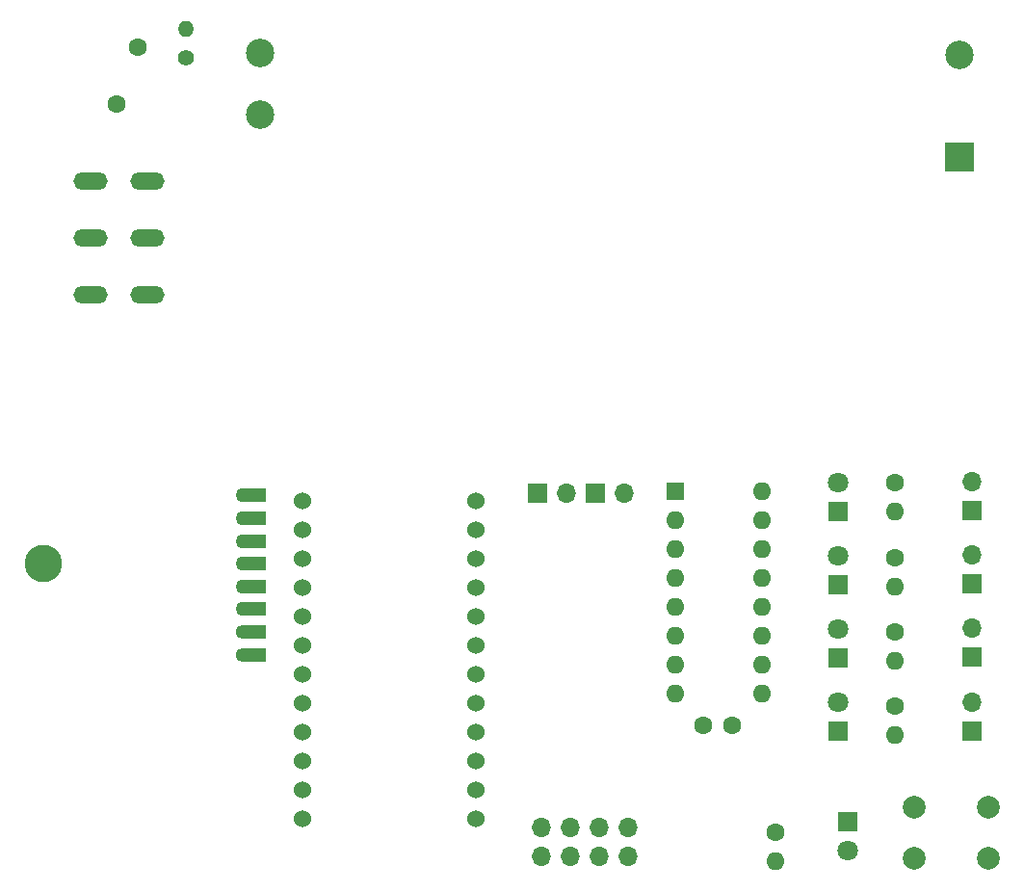
<source format=gbr>
%TF.GenerationSoftware,KiCad,Pcbnew,(5.1.9)-1*%
%TF.CreationDate,2021-03-16T20:09:15+01:00*%
%TF.ProjectId,HB-Uni-SenDose-4,48422d55-6e69-42d5-9365-6e446f73652d,rev?*%
%TF.SameCoordinates,Original*%
%TF.FileFunction,Soldermask,Top*%
%TF.FilePolarity,Negative*%
%FSLAX46Y46*%
G04 Gerber Fmt 4.6, Leading zero omitted, Abs format (unit mm)*
G04 Created by KiCad (PCBNEW (5.1.9)-1) date 2021-03-16 20:09:15*
%MOMM*%
%LPD*%
G01*
G04 APERTURE LIST*
%ADD10C,1.800000*%
%ADD11R,1.800000X1.800000*%
%ADD12O,1.400000X1.400000*%
%ADD13C,1.400000*%
%ADD14C,1.600000*%
%ADD15O,1.700000X1.700000*%
%ADD16R,1.700000X1.700000*%
%ADD17C,2.500000*%
%ADD18R,2.500000X2.500000*%
%ADD19O,1.600000X1.600000*%
%ADD20R,1.600000X1.600000*%
%ADD21O,3.000000X1.500000*%
%ADD22O,1.270000X1.270000*%
%ADD23C,1.270000*%
%ADD24C,3.300000*%
%ADD25R,2.000000X1.200000*%
%ADD26C,1.524000*%
%ADD27C,2.000000*%
G04 APERTURE END LIST*
D10*
%TO.C,D4*%
X152900000Y-111010000D03*
D11*
X152900000Y-113550000D03*
%TD*%
D12*
%TO.C,SR1*%
X95600000Y-51810000D03*
D13*
X95600000Y-54350000D03*
%TD*%
D14*
%TO.C,RV1*%
X89500000Y-58400000D03*
X91400000Y-53400000D03*
%TD*%
%TO.C,C1*%
X143600000Y-113000000D03*
X141100000Y-113000000D03*
%TD*%
D15*
%TO.C,Pump4*%
X164700000Y-110960000D03*
D16*
X164700000Y-113500000D03*
%TD*%
D15*
%TO.C,Pump3*%
X164700000Y-104460000D03*
D16*
X164700000Y-107000000D03*
%TD*%
D15*
%TO.C,Pump2*%
X164700000Y-98060000D03*
D16*
X164700000Y-100600000D03*
%TD*%
D15*
%TO.C,Pump1*%
X164700000Y-91560000D03*
D16*
X164700000Y-94100000D03*
%TD*%
D17*
%TO.C,PS1*%
X102100000Y-53950000D03*
D18*
X163600000Y-63050000D03*
D17*
X102100000Y-59350000D03*
X163600000Y-54050000D03*
%TD*%
D19*
%TO.C,U3*%
X146220000Y-92400000D03*
X138600000Y-110180000D03*
X146220000Y-94940000D03*
X138600000Y-107640000D03*
X146220000Y-97480000D03*
X138600000Y-105100000D03*
X146220000Y-100020000D03*
X138600000Y-102560000D03*
X146220000Y-102560000D03*
X138600000Y-100020000D03*
X146220000Y-105100000D03*
X138600000Y-97480000D03*
X146220000Y-107640000D03*
X138600000Y-94940000D03*
X146220000Y-110180000D03*
D20*
X138600000Y-92400000D03*
%TD*%
D21*
%TO.C,WAGO_236_403*%
X87200000Y-75150000D03*
X92200000Y-75150000D03*
X87200000Y-70150000D03*
X92200000Y-70150000D03*
X87200000Y-65150000D03*
X92200000Y-65150000D03*
%TD*%
D22*
%TO.C,U2*%
X100600000Y-106800000D03*
X100600000Y-104800000D03*
D23*
X100600000Y-102800000D03*
X100600000Y-100800000D03*
X100600000Y-98800000D03*
X100600000Y-96800000D03*
X100600000Y-94800000D03*
X100600000Y-92800000D03*
D24*
X83074000Y-98784000D03*
D25*
X101600000Y-106800000D03*
X101600000Y-104800000D03*
X101600000Y-102800000D03*
X101600000Y-100800000D03*
X101600000Y-98800000D03*
X101600000Y-96800000D03*
X101600000Y-94800000D03*
X101600000Y-92800000D03*
%TD*%
D26*
%TO.C,U1*%
X121140000Y-121220000D03*
X121140000Y-118680000D03*
X121140000Y-116140000D03*
X121140000Y-113600000D03*
X121140000Y-111060000D03*
X121140000Y-108520000D03*
X121140000Y-105980000D03*
X121140000Y-103440000D03*
X121140000Y-100900000D03*
X121140000Y-98360000D03*
X121140000Y-95820000D03*
X121140000Y-93280000D03*
X105900000Y-93280000D03*
X105900000Y-95820000D03*
X105900000Y-98360000D03*
X105900000Y-100900000D03*
X105900000Y-103440000D03*
X105900000Y-105980000D03*
X105900000Y-108520000D03*
X105900000Y-111060000D03*
X105900000Y-113600000D03*
X105900000Y-116140000D03*
X105900000Y-118680000D03*
X105900000Y-121220000D03*
%TD*%
D27*
%TO.C,SW1*%
X159650000Y-124700000D03*
X159650000Y-120200000D03*
X166150000Y-124700000D03*
X166150000Y-120200000D03*
%TD*%
D19*
%TO.C,R5*%
X147400000Y-124990000D03*
D14*
X147400000Y-122450000D03*
%TD*%
D19*
%TO.C,R4*%
X157900000Y-113840000D03*
D14*
X157900000Y-111300000D03*
%TD*%
D19*
%TO.C,R3*%
X157900000Y-107340000D03*
D14*
X157900000Y-104800000D03*
%TD*%
D19*
%TO.C,R2*%
X157900000Y-100840000D03*
D14*
X157900000Y-98300000D03*
%TD*%
D19*
%TO.C,R1*%
X157900000Y-94240000D03*
D14*
X157900000Y-91700000D03*
%TD*%
D15*
%TO.C,J6*%
X134520000Y-124540000D03*
X134520000Y-122000000D03*
X131980000Y-124540000D03*
X131980000Y-122000000D03*
X129440000Y-124540000D03*
X129440000Y-122000000D03*
X126900000Y-124540000D03*
X126900000Y-122000000D03*
%TD*%
%TO.C,J1*%
X134120000Y-92600000D03*
D16*
X131580000Y-92600000D03*
D15*
X129040000Y-92600000D03*
D16*
X126500000Y-92600000D03*
%TD*%
D10*
%TO.C,D5*%
X153800000Y-124040000D03*
D11*
X153800000Y-121500000D03*
%TD*%
D10*
%TO.C,D3*%
X152900000Y-104560000D03*
D11*
X152900000Y-107100000D03*
%TD*%
D10*
%TO.C,D2*%
X152900000Y-98100000D03*
D11*
X152900000Y-100640000D03*
%TD*%
D10*
%TO.C,D1*%
X152900000Y-91660000D03*
D11*
X152900000Y-94200000D03*
%TD*%
M02*

</source>
